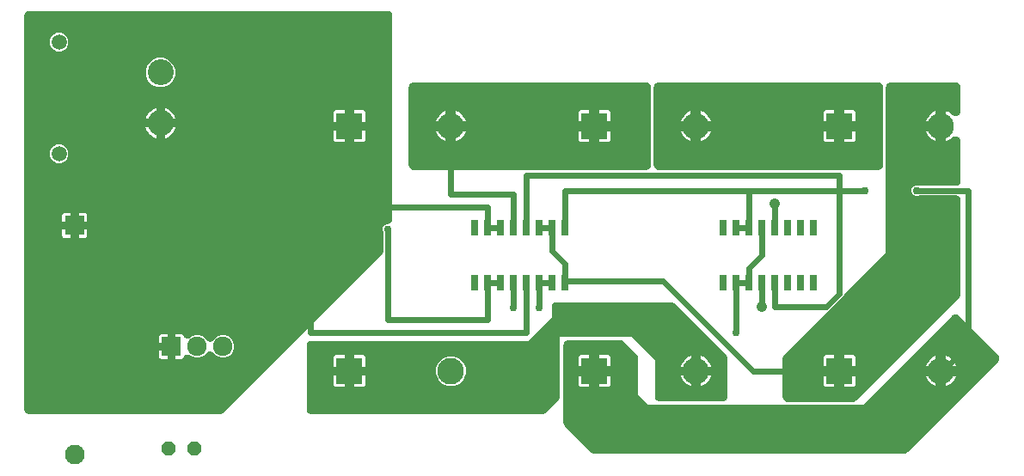
<source format=gbr>
G04 EAGLE Gerber RS-274X export*
G75*
%MOMM*%
%FSLAX34Y34*%
%LPD*%
%INBottom Copper*%
%IPPOS*%
%AMOC8*
5,1,8,0,0,1.08239X$1,22.5*%
G01*
%ADD10R,2.625000X2.625000*%
%ADD11C,2.625000*%
%ADD12R,0.650000X1.638000*%
%ADD13C,2.550000*%
%ADD14C,1.508000*%
%ADD15P,1.429621X8X22.500000*%
%ADD16R,1.920000X1.920000*%
%ADD17C,1.920000*%
%ADD18R,1.950000X1.950000*%
%ADD19C,1.950000*%
%ADD20C,0.609600*%
%ADD21C,0.756400*%
%ADD22C,0.304800*%
%ADD23C,1.056400*%

G36*
X203260Y84841D02*
X203260Y84841D01*
X203321Y84839D01*
X203544Y84861D01*
X203768Y84877D01*
X203828Y84889D01*
X203888Y84895D01*
X204106Y84949D01*
X204326Y84996D01*
X204382Y85016D01*
X204441Y85031D01*
X204650Y85114D01*
X204861Y85192D01*
X204914Y85220D01*
X204970Y85243D01*
X205165Y85354D01*
X205363Y85460D01*
X205412Y85496D01*
X205464Y85526D01*
X205555Y85601D01*
X205823Y85797D01*
X205984Y85954D01*
X206073Y86027D01*
X362537Y242491D01*
X362577Y242536D01*
X362621Y242577D01*
X362763Y242751D01*
X362911Y242921D01*
X362944Y242972D01*
X362982Y243018D01*
X363099Y243211D01*
X363221Y243399D01*
X363246Y243454D01*
X363277Y243506D01*
X363366Y243712D01*
X363461Y243916D01*
X363478Y243974D01*
X363502Y244029D01*
X363560Y244246D01*
X363626Y244461D01*
X363635Y244521D01*
X363651Y244579D01*
X363662Y244696D01*
X363713Y245024D01*
X363716Y245249D01*
X363727Y245364D01*
X363727Y263064D01*
X363719Y263182D01*
X363720Y263300D01*
X363699Y263465D01*
X363687Y263633D01*
X363663Y263748D01*
X363648Y263865D01*
X363614Y263974D01*
X363568Y264190D01*
X363452Y264508D01*
X363418Y264619D01*
X362993Y265644D01*
X362993Y267756D01*
X363801Y269706D01*
X365294Y271199D01*
X367244Y272007D01*
X368300Y272007D01*
X368529Y272023D01*
X368760Y272033D01*
X368814Y272043D01*
X368868Y272047D01*
X369094Y272095D01*
X369320Y272137D01*
X369372Y272154D01*
X369426Y272166D01*
X369642Y272245D01*
X369860Y272318D01*
X369909Y272343D01*
X369961Y272362D01*
X370164Y272470D01*
X370369Y272573D01*
X370415Y272604D01*
X370463Y272630D01*
X370649Y272766D01*
X370838Y272897D01*
X370879Y272934D01*
X370923Y272967D01*
X371088Y273127D01*
X371257Y273283D01*
X371292Y273326D01*
X371331Y273364D01*
X371472Y273546D01*
X371618Y273724D01*
X371646Y273772D01*
X371680Y273815D01*
X371794Y274015D01*
X371913Y274212D01*
X371935Y274262D01*
X371962Y274310D01*
X372047Y274524D01*
X372138Y274735D01*
X372152Y274788D01*
X372172Y274839D01*
X372227Y275064D01*
X372287Y275285D01*
X372291Y275329D01*
X372307Y275393D01*
X372362Y275960D01*
X372359Y276026D01*
X372363Y276070D01*
X372363Y477776D01*
X372347Y478005D01*
X372337Y478236D01*
X372327Y478290D01*
X372323Y478344D01*
X372275Y478570D01*
X372233Y478796D01*
X372216Y478848D01*
X372204Y478902D01*
X372125Y479118D01*
X372052Y479336D01*
X372027Y479385D01*
X372008Y479437D01*
X371900Y479640D01*
X371797Y479845D01*
X371766Y479891D01*
X371740Y479939D01*
X371604Y480125D01*
X371473Y480314D01*
X371436Y480355D01*
X371403Y480399D01*
X371243Y480564D01*
X371087Y480733D01*
X371044Y480768D01*
X371006Y480807D01*
X370824Y480948D01*
X370646Y481094D01*
X370598Y481122D01*
X370555Y481156D01*
X370355Y481270D01*
X370158Y481389D01*
X370108Y481411D01*
X370060Y481438D01*
X369846Y481523D01*
X369635Y481614D01*
X369582Y481628D01*
X369531Y481648D01*
X369306Y481703D01*
X369085Y481763D01*
X369041Y481767D01*
X368977Y481783D01*
X368410Y481838D01*
X368344Y481835D01*
X368300Y481839D01*
X14224Y481839D01*
X13995Y481823D01*
X13764Y481813D01*
X13710Y481803D01*
X13656Y481799D01*
X13430Y481751D01*
X13204Y481709D01*
X13152Y481692D01*
X13098Y481680D01*
X12882Y481601D01*
X12664Y481528D01*
X12615Y481503D01*
X12563Y481484D01*
X12360Y481376D01*
X12155Y481273D01*
X12109Y481242D01*
X12061Y481216D01*
X11875Y481080D01*
X11686Y480949D01*
X11645Y480912D01*
X11601Y480879D01*
X11436Y480719D01*
X11267Y480563D01*
X11232Y480520D01*
X11193Y480482D01*
X11052Y480300D01*
X10906Y480122D01*
X10878Y480074D01*
X10844Y480031D01*
X10730Y479831D01*
X10611Y479634D01*
X10589Y479584D01*
X10562Y479536D01*
X10477Y479322D01*
X10386Y479111D01*
X10372Y479058D01*
X10352Y479007D01*
X10297Y478782D01*
X10237Y478561D01*
X10233Y478517D01*
X10217Y478453D01*
X10162Y477886D01*
X10165Y477820D01*
X10161Y477776D01*
X10161Y88900D01*
X10177Y88671D01*
X10187Y88440D01*
X10197Y88386D01*
X10201Y88332D01*
X10249Y88106D01*
X10291Y87880D01*
X10308Y87828D01*
X10320Y87774D01*
X10399Y87558D01*
X10472Y87340D01*
X10497Y87291D01*
X10516Y87239D01*
X10624Y87036D01*
X10727Y86831D01*
X10758Y86785D01*
X10784Y86737D01*
X10920Y86551D01*
X11051Y86362D01*
X11088Y86321D01*
X11121Y86277D01*
X11281Y86112D01*
X11437Y85943D01*
X11480Y85908D01*
X11518Y85869D01*
X11700Y85728D01*
X11878Y85582D01*
X11926Y85554D01*
X11969Y85520D01*
X12169Y85406D01*
X12366Y85287D01*
X12416Y85265D01*
X12464Y85238D01*
X12678Y85153D01*
X12889Y85062D01*
X12942Y85048D01*
X12993Y85028D01*
X13218Y84973D01*
X13439Y84913D01*
X13483Y84909D01*
X13547Y84894D01*
X14114Y84838D01*
X14180Y84841D01*
X14224Y84837D01*
X203200Y84837D01*
X203260Y84841D01*
G37*
G36*
X876373Y45725D02*
X876373Y45725D01*
X876446Y45723D01*
X876691Y45745D01*
X876936Y45761D01*
X877007Y45774D01*
X877080Y45781D01*
X877320Y45834D01*
X877562Y45880D01*
X877631Y45903D01*
X877702Y45918D01*
X877933Y46001D01*
X878168Y46077D01*
X878234Y46108D01*
X878303Y46132D01*
X878522Y46243D01*
X878744Y46348D01*
X878806Y46387D01*
X878871Y46420D01*
X879075Y46557D01*
X879283Y46689D01*
X879339Y46735D01*
X879399Y46776D01*
X879573Y46929D01*
X879774Y47094D01*
X879831Y47155D01*
X879892Y47208D01*
X968792Y136108D01*
X968894Y136225D01*
X969004Y136334D01*
X969105Y136463D01*
X969213Y136586D01*
X969300Y136714D01*
X969395Y136837D01*
X969479Y136978D01*
X969571Y137113D01*
X969642Y137251D01*
X969721Y137384D01*
X969786Y137535D01*
X969861Y137681D01*
X969913Y137827D01*
X969975Y137969D01*
X970021Y138126D01*
X970077Y138280D01*
X970111Y138431D01*
X970154Y138580D01*
X970180Y138742D01*
X970216Y138902D01*
X970231Y139056D01*
X970255Y139209D01*
X970261Y139373D01*
X970277Y139536D01*
X970272Y139691D01*
X970277Y139846D01*
X970262Y140009D01*
X970257Y140173D01*
X970233Y140326D01*
X970219Y140480D01*
X970184Y140640D01*
X970158Y140802D01*
X970115Y140951D01*
X970082Y141102D01*
X970027Y141257D01*
X969981Y141414D01*
X969920Y141557D01*
X969868Y141703D01*
X969794Y141849D01*
X969729Y141999D01*
X969650Y142133D01*
X969580Y142271D01*
X969489Y142407D01*
X969405Y142548D01*
X969311Y142671D01*
X969224Y142799D01*
X969119Y142919D01*
X969016Y143052D01*
X968897Y143172D01*
X968792Y143292D01*
X930692Y181392D01*
X930644Y181434D01*
X930606Y181474D01*
X930542Y181527D01*
X930466Y181604D01*
X930337Y181705D01*
X930214Y181813D01*
X930133Y181868D01*
X930116Y181882D01*
X930077Y181907D01*
X929963Y181995D01*
X929822Y182079D01*
X929687Y182171D01*
X929549Y182242D01*
X929416Y182321D01*
X929266Y182386D01*
X929119Y182461D01*
X928973Y182513D01*
X928831Y182575D01*
X928674Y182621D01*
X928520Y182677D01*
X928369Y182711D01*
X928220Y182754D01*
X928058Y182780D01*
X927898Y182816D01*
X927744Y182831D01*
X927591Y182855D01*
X927427Y182861D01*
X927264Y182877D01*
X927109Y182872D01*
X926954Y182877D01*
X926791Y182862D01*
X926627Y182857D01*
X926474Y182833D01*
X926320Y182819D01*
X926160Y182784D01*
X925998Y182758D01*
X925849Y182715D01*
X925698Y182682D01*
X925544Y182627D01*
X925386Y182581D01*
X925243Y182520D01*
X925097Y182468D01*
X924951Y182394D01*
X924801Y182329D01*
X924667Y182250D01*
X924529Y182180D01*
X924393Y182089D01*
X924252Y182005D01*
X924137Y181917D01*
X924099Y181893D01*
X924083Y181879D01*
X924001Y181824D01*
X923881Y181719D01*
X923748Y181616D01*
X923670Y181539D01*
X923607Y181487D01*
X923562Y181439D01*
X923508Y181392D01*
X836096Y93979D01*
X624404Y93979D01*
X614679Y103704D01*
X614679Y139700D01*
X614675Y139773D01*
X614677Y139846D01*
X614655Y140091D01*
X614639Y140336D01*
X614626Y140407D01*
X614619Y140480D01*
X614566Y140720D01*
X614520Y140962D01*
X614497Y141031D01*
X614482Y141102D01*
X614399Y141333D01*
X614323Y141568D01*
X614292Y141634D01*
X614268Y141703D01*
X614157Y141922D01*
X614052Y142144D01*
X614013Y142206D01*
X613980Y142271D01*
X613843Y142475D01*
X613711Y142683D01*
X613665Y142739D01*
X613624Y142799D01*
X613471Y142973D01*
X613306Y143174D01*
X613245Y143231D01*
X613192Y143292D01*
X600492Y155992D01*
X600443Y156035D01*
X600402Y156078D01*
X600398Y156082D01*
X600387Y156093D01*
X600198Y156251D01*
X600014Y156413D01*
X599953Y156454D01*
X599897Y156501D01*
X599690Y156633D01*
X599487Y156771D01*
X599422Y156804D01*
X599360Y156844D01*
X599138Y156949D01*
X598919Y157061D01*
X598851Y157085D01*
X598785Y157117D01*
X598551Y157193D01*
X598320Y157277D01*
X598249Y157293D01*
X598179Y157316D01*
X597938Y157362D01*
X597698Y157416D01*
X597626Y157423D01*
X597554Y157437D01*
X597323Y157452D01*
X597064Y157477D01*
X596980Y157474D01*
X596900Y157479D01*
X546100Y157479D01*
X545946Y157470D01*
X545790Y157470D01*
X545628Y157450D01*
X545464Y157439D01*
X545312Y157410D01*
X545158Y157391D01*
X544999Y157351D01*
X544838Y157320D01*
X544691Y157272D01*
X544541Y157234D01*
X544388Y157174D01*
X544232Y157123D01*
X544092Y157058D01*
X543948Y157001D01*
X543804Y156922D01*
X543656Y156852D01*
X543525Y156770D01*
X543389Y156695D01*
X543256Y156599D01*
X543117Y156511D01*
X542998Y156413D01*
X542872Y156322D01*
X542753Y156210D01*
X542626Y156106D01*
X542520Y155993D01*
X542407Y155887D01*
X542302Y155761D01*
X542190Y155642D01*
X542098Y155516D01*
X541999Y155397D01*
X541911Y155259D01*
X541815Y155127D01*
X541740Y154991D01*
X541656Y154860D01*
X541586Y154712D01*
X541507Y154569D01*
X541450Y154425D01*
X541383Y154285D01*
X541332Y154129D01*
X541272Y153976D01*
X541233Y153826D01*
X541185Y153679D01*
X541153Y153518D01*
X541112Y153360D01*
X541093Y153206D01*
X541063Y153054D01*
X541053Y152895D01*
X541031Y152728D01*
X541031Y152559D01*
X541021Y152400D01*
X541021Y76200D01*
X541025Y76127D01*
X541023Y76054D01*
X541034Y75932D01*
X541034Y75887D01*
X541047Y75781D01*
X541061Y75564D01*
X541074Y75493D01*
X541081Y75420D01*
X541106Y75306D01*
X541113Y75254D01*
X541141Y75143D01*
X541180Y74938D01*
X541203Y74869D01*
X541218Y74798D01*
X541256Y74693D01*
X541270Y74637D01*
X541315Y74521D01*
X541377Y74332D01*
X541408Y74266D01*
X541432Y74197D01*
X541479Y74104D01*
X541503Y74044D01*
X541568Y73926D01*
X541648Y73756D01*
X541687Y73694D01*
X541720Y73629D01*
X541774Y73548D01*
X541809Y73485D01*
X541894Y73368D01*
X541989Y73217D01*
X542035Y73161D01*
X542076Y73101D01*
X542135Y73034D01*
X542182Y72969D01*
X542288Y72855D01*
X542394Y72726D01*
X542455Y72669D01*
X542508Y72608D01*
X567908Y47208D01*
X567963Y47160D01*
X568013Y47107D01*
X568202Y46949D01*
X568386Y46787D01*
X568447Y46746D01*
X568503Y46699D01*
X568710Y46567D01*
X568913Y46429D01*
X568978Y46396D01*
X569040Y46356D01*
X569262Y46251D01*
X569481Y46139D01*
X569549Y46115D01*
X569615Y46083D01*
X569849Y46007D01*
X570080Y45923D01*
X570151Y45907D01*
X570221Y45885D01*
X570462Y45838D01*
X570702Y45784D01*
X570775Y45777D01*
X570846Y45763D01*
X571077Y45748D01*
X571336Y45723D01*
X571420Y45726D01*
X571500Y45721D01*
X876300Y45721D01*
X876373Y45725D01*
G37*
G36*
X520760Y84841D02*
X520760Y84841D01*
X520821Y84839D01*
X521044Y84861D01*
X521268Y84877D01*
X521328Y84889D01*
X521388Y84895D01*
X521606Y84949D01*
X521826Y84996D01*
X521882Y85016D01*
X521941Y85031D01*
X522150Y85114D01*
X522361Y85192D01*
X522414Y85220D01*
X522470Y85243D01*
X522665Y85354D01*
X522863Y85460D01*
X522912Y85496D01*
X522964Y85526D01*
X523055Y85601D01*
X523323Y85797D01*
X523484Y85954D01*
X523573Y86027D01*
X536273Y98727D01*
X536313Y98772D01*
X536357Y98813D01*
X536499Y98987D01*
X536647Y99157D01*
X536680Y99208D01*
X536718Y99254D01*
X536835Y99447D01*
X536957Y99635D01*
X536982Y99690D01*
X537013Y99742D01*
X537102Y99948D01*
X537197Y100152D01*
X537214Y100210D01*
X537238Y100265D01*
X537296Y100482D01*
X537362Y100697D01*
X537371Y100757D01*
X537387Y100815D01*
X537398Y100932D01*
X537449Y101260D01*
X537452Y101485D01*
X537463Y101600D01*
X537463Y161037D01*
X607917Y161037D01*
X630937Y138017D01*
X630937Y101600D01*
X630953Y101371D01*
X630963Y101140D01*
X630973Y101086D01*
X630977Y101032D01*
X631025Y100806D01*
X631067Y100580D01*
X631084Y100528D01*
X631096Y100474D01*
X631175Y100258D01*
X631248Y100040D01*
X631273Y99991D01*
X631292Y99939D01*
X631400Y99736D01*
X631503Y99531D01*
X631534Y99485D01*
X631560Y99437D01*
X631696Y99251D01*
X631827Y99062D01*
X631864Y99021D01*
X631897Y98977D01*
X632057Y98812D01*
X632213Y98643D01*
X632256Y98608D01*
X632294Y98569D01*
X632476Y98428D01*
X632654Y98282D01*
X632702Y98254D01*
X632745Y98220D01*
X632945Y98106D01*
X633142Y97987D01*
X633192Y97965D01*
X633240Y97938D01*
X633454Y97853D01*
X633665Y97762D01*
X633718Y97748D01*
X633769Y97728D01*
X633994Y97673D01*
X634215Y97613D01*
X634259Y97609D01*
X634323Y97594D01*
X634890Y97538D01*
X634956Y97541D01*
X635000Y97537D01*
X698500Y97537D01*
X698729Y97553D01*
X698960Y97563D01*
X699014Y97573D01*
X699068Y97577D01*
X699294Y97625D01*
X699520Y97667D01*
X699572Y97684D01*
X699626Y97696D01*
X699842Y97775D01*
X700060Y97848D01*
X700109Y97873D01*
X700161Y97892D01*
X700364Y98000D01*
X700569Y98103D01*
X700615Y98134D01*
X700663Y98160D01*
X700849Y98296D01*
X701038Y98427D01*
X701079Y98464D01*
X701123Y98497D01*
X701288Y98657D01*
X701457Y98813D01*
X701492Y98856D01*
X701531Y98894D01*
X701672Y99076D01*
X701818Y99254D01*
X701846Y99302D01*
X701880Y99345D01*
X701994Y99545D01*
X702113Y99742D01*
X702135Y99792D01*
X702162Y99840D01*
X702247Y100054D01*
X702338Y100265D01*
X702352Y100318D01*
X702372Y100369D01*
X702427Y100594D01*
X702487Y100815D01*
X702491Y100859D01*
X702507Y100923D01*
X702562Y101490D01*
X702559Y101556D01*
X702563Y101600D01*
X702563Y139700D01*
X702559Y139760D01*
X702561Y139821D01*
X702539Y140044D01*
X702523Y140268D01*
X702511Y140328D01*
X702505Y140388D01*
X702451Y140606D01*
X702404Y140826D01*
X702384Y140882D01*
X702369Y140941D01*
X702286Y141150D01*
X702208Y141361D01*
X702180Y141414D01*
X702158Y141470D01*
X702046Y141665D01*
X701940Y141863D01*
X701904Y141912D01*
X701874Y141964D01*
X701799Y142055D01*
X701603Y142323D01*
X701446Y142484D01*
X701373Y142573D01*
X650573Y193373D01*
X650535Y193406D01*
X650505Y193438D01*
X650499Y193443D01*
X650487Y193457D01*
X650313Y193599D01*
X650143Y193747D01*
X650092Y193780D01*
X650046Y193818D01*
X649853Y193935D01*
X649665Y194057D01*
X649610Y194082D01*
X649558Y194113D01*
X649352Y194202D01*
X649148Y194297D01*
X649090Y194314D01*
X649035Y194338D01*
X648818Y194396D01*
X648603Y194462D01*
X648543Y194471D01*
X648485Y194487D01*
X648368Y194498D01*
X648040Y194549D01*
X647815Y194552D01*
X647700Y194563D01*
X533400Y194563D01*
X533171Y194547D01*
X532940Y194537D01*
X532886Y194527D01*
X532832Y194523D01*
X532606Y194475D01*
X532380Y194433D01*
X532328Y194416D01*
X532274Y194404D01*
X532058Y194325D01*
X531840Y194252D01*
X531791Y194227D01*
X531739Y194208D01*
X531536Y194100D01*
X531331Y193997D01*
X531285Y193966D01*
X531237Y193940D01*
X531051Y193804D01*
X530862Y193673D01*
X530821Y193636D01*
X530777Y193603D01*
X530612Y193443D01*
X530443Y193287D01*
X530408Y193244D01*
X530369Y193206D01*
X530228Y193024D01*
X530082Y192846D01*
X530054Y192798D01*
X530020Y192755D01*
X529906Y192555D01*
X529787Y192358D01*
X529765Y192308D01*
X529738Y192260D01*
X529653Y192046D01*
X529562Y191835D01*
X529548Y191782D01*
X529528Y191731D01*
X529473Y191506D01*
X529413Y191285D01*
X529409Y191241D01*
X529394Y191177D01*
X529338Y190610D01*
X529339Y190597D01*
X529338Y190591D01*
X529341Y190538D01*
X529337Y190500D01*
X529337Y179483D01*
X506317Y156463D01*
X292100Y156463D01*
X291871Y156447D01*
X291640Y156437D01*
X291586Y156427D01*
X291532Y156423D01*
X291306Y156375D01*
X291080Y156333D01*
X291028Y156316D01*
X290974Y156304D01*
X290758Y156225D01*
X290540Y156152D01*
X290491Y156127D01*
X290439Y156108D01*
X290236Y156000D01*
X290031Y155897D01*
X289985Y155866D01*
X289937Y155840D01*
X289751Y155704D01*
X289562Y155573D01*
X289521Y155536D01*
X289477Y155503D01*
X289312Y155343D01*
X289143Y155187D01*
X289108Y155144D01*
X289069Y155106D01*
X288928Y154924D01*
X288782Y154746D01*
X288754Y154698D01*
X288720Y154655D01*
X288606Y154455D01*
X288487Y154258D01*
X288465Y154208D01*
X288438Y154160D01*
X288353Y153946D01*
X288262Y153735D01*
X288248Y153682D01*
X288228Y153631D01*
X288173Y153406D01*
X288113Y153185D01*
X288109Y153141D01*
X288094Y153077D01*
X288038Y152510D01*
X288041Y152444D01*
X288037Y152400D01*
X288037Y88900D01*
X288053Y88671D01*
X288063Y88440D01*
X288073Y88386D01*
X288077Y88332D01*
X288125Y88106D01*
X288167Y87880D01*
X288184Y87828D01*
X288196Y87774D01*
X288275Y87558D01*
X288348Y87340D01*
X288373Y87291D01*
X288392Y87239D01*
X288500Y87036D01*
X288603Y86831D01*
X288634Y86785D01*
X288660Y86737D01*
X288796Y86551D01*
X288927Y86362D01*
X288964Y86321D01*
X288997Y86277D01*
X289157Y86112D01*
X289313Y85943D01*
X289356Y85908D01*
X289394Y85869D01*
X289576Y85728D01*
X289754Y85582D01*
X289802Y85554D01*
X289845Y85520D01*
X290045Y85406D01*
X290242Y85287D01*
X290292Y85265D01*
X290340Y85238D01*
X290554Y85153D01*
X290765Y85062D01*
X290818Y85048D01*
X290869Y85028D01*
X291094Y84973D01*
X291315Y84913D01*
X291359Y84909D01*
X291423Y84894D01*
X291990Y84838D01*
X292056Y84841D01*
X292100Y84837D01*
X520700Y84837D01*
X520760Y84841D01*
G37*
G36*
X825573Y96525D02*
X825573Y96525D01*
X825646Y96523D01*
X825891Y96545D01*
X826136Y96561D01*
X826207Y96574D01*
X826280Y96581D01*
X826520Y96634D01*
X826762Y96680D01*
X826831Y96703D01*
X826902Y96718D01*
X827133Y96801D01*
X827368Y96877D01*
X827434Y96908D01*
X827503Y96932D01*
X827722Y97043D01*
X827944Y97148D01*
X828006Y97187D01*
X828071Y97220D01*
X828275Y97357D01*
X828483Y97489D01*
X828539Y97535D01*
X828599Y97576D01*
X828773Y97729D01*
X828974Y97894D01*
X829031Y97955D01*
X829092Y98008D01*
X930692Y199608D01*
X930740Y199663D01*
X930793Y199713D01*
X930905Y199847D01*
X930995Y199943D01*
X931035Y199998D01*
X931113Y200086D01*
X931154Y200147D01*
X931201Y200203D01*
X931318Y200386D01*
X931370Y200459D01*
X931390Y200493D01*
X931471Y200613D01*
X931504Y200678D01*
X931544Y200740D01*
X931649Y200962D01*
X931662Y200987D01*
X931678Y201016D01*
X931682Y201027D01*
X931761Y201181D01*
X931785Y201249D01*
X931817Y201315D01*
X931893Y201549D01*
X931977Y201780D01*
X931993Y201851D01*
X932016Y201921D01*
X932062Y202162D01*
X932116Y202402D01*
X932123Y202475D01*
X932137Y202546D01*
X932152Y202777D01*
X932177Y203036D01*
X932174Y203120D01*
X932179Y203200D01*
X932179Y295148D01*
X932170Y295303D01*
X932170Y295458D01*
X932150Y295620D01*
X932139Y295784D01*
X932110Y295936D01*
X932091Y296090D01*
X932051Y296249D01*
X932020Y296410D01*
X931972Y296557D01*
X931934Y296707D01*
X931874Y296860D01*
X931823Y297016D01*
X931758Y297156D01*
X931701Y297300D01*
X931622Y297444D01*
X931552Y297592D01*
X931470Y297723D01*
X931395Y297859D01*
X931299Y297992D01*
X931211Y298131D01*
X931113Y298250D01*
X931022Y298376D01*
X930910Y298495D01*
X930806Y298622D01*
X930693Y298728D01*
X930587Y298841D01*
X930461Y298946D01*
X930342Y299058D01*
X930216Y299150D01*
X930097Y299249D01*
X929959Y299337D01*
X929827Y299433D01*
X929691Y299508D01*
X929560Y299592D01*
X929412Y299662D01*
X929269Y299741D01*
X929125Y299798D01*
X928985Y299865D01*
X928829Y299916D01*
X928676Y299976D01*
X928526Y300015D01*
X928379Y300064D01*
X928218Y300095D01*
X928060Y300136D01*
X927906Y300155D01*
X927754Y300185D01*
X927595Y300195D01*
X927428Y300217D01*
X927259Y300217D01*
X927100Y300227D01*
X892838Y300227D01*
X892806Y300225D01*
X892774Y300227D01*
X892488Y300205D01*
X892202Y300187D01*
X892171Y300181D01*
X892139Y300179D01*
X891857Y300122D01*
X891576Y300068D01*
X891546Y300058D01*
X891514Y300052D01*
X891277Y299971D01*
X890970Y299871D01*
X890932Y299854D01*
X890894Y299841D01*
X890056Y299493D01*
X887944Y299493D01*
X885994Y300301D01*
X884501Y301794D01*
X883693Y303744D01*
X883693Y305856D01*
X884501Y307806D01*
X885994Y309299D01*
X887944Y310107D01*
X890056Y310107D01*
X890894Y309759D01*
X890924Y309749D01*
X890953Y309735D01*
X891226Y309646D01*
X891497Y309553D01*
X891528Y309546D01*
X891559Y309536D01*
X891840Y309482D01*
X892121Y309424D01*
X892153Y309421D01*
X892184Y309415D01*
X892435Y309399D01*
X892756Y309373D01*
X892798Y309375D01*
X892838Y309373D01*
X927100Y309373D01*
X927255Y309382D01*
X927410Y309382D01*
X927572Y309402D01*
X927736Y309413D01*
X927888Y309442D01*
X928042Y309461D01*
X928201Y309501D01*
X928362Y309532D01*
X928509Y309580D01*
X928659Y309618D01*
X928812Y309678D01*
X928968Y309729D01*
X929108Y309794D01*
X929252Y309851D01*
X929396Y309930D01*
X929544Y310000D01*
X929675Y310082D01*
X929811Y310157D01*
X929944Y310253D01*
X930083Y310341D01*
X930202Y310439D01*
X930328Y310530D01*
X930447Y310642D01*
X930574Y310746D01*
X930680Y310859D01*
X930793Y310965D01*
X930898Y311091D01*
X931010Y311210D01*
X931102Y311336D01*
X931201Y311455D01*
X931289Y311593D01*
X931385Y311725D01*
X931460Y311861D01*
X931544Y311992D01*
X931614Y312140D01*
X931693Y312283D01*
X931750Y312427D01*
X931817Y312567D01*
X931868Y312723D01*
X931928Y312876D01*
X931967Y313026D01*
X932016Y313173D01*
X932047Y313334D01*
X932088Y313492D01*
X932107Y313646D01*
X932137Y313798D01*
X932147Y313957D01*
X932169Y314124D01*
X932169Y314293D01*
X932179Y314452D01*
X932179Y353262D01*
X932164Y353498D01*
X932157Y353735D01*
X932144Y353816D01*
X932139Y353898D01*
X932095Y354130D01*
X932058Y354365D01*
X932035Y354443D01*
X932020Y354524D01*
X931947Y354749D01*
X931881Y354977D01*
X931849Y355052D01*
X931823Y355130D01*
X931723Y355344D01*
X931629Y355562D01*
X931587Y355632D01*
X931552Y355707D01*
X931426Y355906D01*
X931305Y356111D01*
X931255Y356176D01*
X931211Y356245D01*
X931061Y356427D01*
X930916Y356615D01*
X930858Y356673D01*
X930806Y356736D01*
X930633Y356898D01*
X930466Y357066D01*
X930401Y357116D01*
X930342Y357173D01*
X930150Y357312D01*
X929963Y357457D01*
X929893Y357499D01*
X929827Y357548D01*
X929619Y357662D01*
X929416Y357783D01*
X929340Y357816D01*
X929269Y357855D01*
X929049Y357943D01*
X928831Y358037D01*
X928753Y358060D01*
X928676Y358091D01*
X928447Y358150D01*
X928220Y358216D01*
X928139Y358229D01*
X928060Y358250D01*
X927825Y358280D01*
X927591Y358318D01*
X927509Y358320D01*
X927428Y358331D01*
X927191Y358331D01*
X926954Y358339D01*
X926873Y358332D01*
X926790Y358332D01*
X926555Y358303D01*
X926320Y358281D01*
X926240Y358263D01*
X926158Y358253D01*
X925928Y358195D01*
X925698Y358144D01*
X925620Y358116D01*
X925541Y358096D01*
X925320Y358009D01*
X925097Y357930D01*
X925024Y357893D01*
X924948Y357863D01*
X924739Y357749D01*
X924529Y357643D01*
X924461Y357597D01*
X924389Y357557D01*
X924197Y357418D01*
X924001Y357286D01*
X923940Y357233D01*
X923872Y357184D01*
X923682Y357006D01*
X923508Y356854D01*
X923151Y356497D01*
X921522Y355246D01*
X919744Y354220D01*
X917879Y353447D01*
X917879Y368300D01*
X917879Y383153D01*
X919744Y382380D01*
X921522Y381354D01*
X923151Y380103D01*
X923508Y379746D01*
X923686Y379590D01*
X923858Y379427D01*
X923925Y379379D01*
X923986Y379325D01*
X924182Y379192D01*
X924374Y379052D01*
X924445Y379013D01*
X924513Y378967D01*
X924724Y378859D01*
X924931Y378745D01*
X925008Y378715D01*
X925081Y378677D01*
X925304Y378597D01*
X925524Y378509D01*
X925603Y378489D01*
X925680Y378461D01*
X925911Y378409D01*
X926140Y378350D01*
X926222Y378340D01*
X926302Y378322D01*
X926537Y378299D01*
X926772Y378269D01*
X926855Y378269D01*
X926936Y378261D01*
X927172Y378268D01*
X927410Y378268D01*
X927491Y378278D01*
X927573Y378281D01*
X927807Y378317D01*
X928042Y378347D01*
X928121Y378367D01*
X928202Y378380D01*
X928430Y378445D01*
X928659Y378504D01*
X928735Y378534D01*
X928814Y378557D01*
X929032Y378650D01*
X929252Y378737D01*
X929324Y378776D01*
X929399Y378809D01*
X929603Y378929D01*
X929811Y379043D01*
X929878Y379091D01*
X929948Y379132D01*
X930136Y379277D01*
X930328Y379416D01*
X930387Y379472D01*
X930452Y379522D01*
X930620Y379689D01*
X930793Y379851D01*
X930846Y379914D01*
X930904Y379972D01*
X931049Y380159D01*
X931201Y380341D01*
X931245Y380410D01*
X931295Y380474D01*
X931416Y380678D01*
X931544Y380878D01*
X931579Y380952D01*
X931621Y381022D01*
X931715Y381239D01*
X931817Y381453D01*
X931842Y381531D01*
X931875Y381606D01*
X931942Y381834D01*
X932016Y382059D01*
X932031Y382139D01*
X932054Y382218D01*
X932092Y382451D01*
X932137Y382684D01*
X932142Y382764D01*
X932155Y382847D01*
X932164Y383107D01*
X932179Y383338D01*
X932179Y406400D01*
X932170Y406553D01*
X932170Y406665D01*
X932170Y406710D01*
X932150Y406872D01*
X932139Y407036D01*
X932110Y407188D01*
X932091Y407342D01*
X932051Y407501D01*
X932020Y407662D01*
X931972Y407809D01*
X931934Y407959D01*
X931874Y408112D01*
X931823Y408268D01*
X931758Y408408D01*
X931701Y408552D01*
X931622Y408696D01*
X931552Y408844D01*
X931470Y408975D01*
X931395Y409111D01*
X931299Y409244D01*
X931211Y409383D01*
X931113Y409502D01*
X931022Y409628D01*
X930910Y409747D01*
X930806Y409874D01*
X930693Y409980D01*
X930587Y410093D01*
X930461Y410198D01*
X930342Y410310D01*
X930216Y410402D01*
X930097Y410501D01*
X929959Y410589D01*
X929827Y410685D01*
X929691Y410760D01*
X929560Y410844D01*
X929412Y410914D01*
X929269Y410993D01*
X929125Y411050D01*
X928985Y411117D01*
X928829Y411168D01*
X928676Y411228D01*
X928526Y411267D01*
X928379Y411316D01*
X928218Y411347D01*
X928060Y411388D01*
X927906Y411407D01*
X927754Y411437D01*
X927595Y411447D01*
X927428Y411469D01*
X927259Y411469D01*
X927100Y411479D01*
X863600Y411479D01*
X863446Y411470D01*
X863290Y411470D01*
X863128Y411450D01*
X862964Y411439D01*
X862812Y411410D01*
X862658Y411391D01*
X862499Y411351D01*
X862338Y411320D01*
X862191Y411272D01*
X862041Y411234D01*
X861888Y411174D01*
X861732Y411123D01*
X861592Y411058D01*
X861448Y411001D01*
X861304Y410922D01*
X861156Y410852D01*
X861025Y410770D01*
X860889Y410695D01*
X860756Y410599D01*
X860617Y410511D01*
X860498Y410413D01*
X860372Y410322D01*
X860253Y410210D01*
X860126Y410106D01*
X860020Y409993D01*
X859907Y409887D01*
X859802Y409761D01*
X859690Y409642D01*
X859598Y409516D01*
X859499Y409397D01*
X859411Y409259D01*
X859315Y409127D01*
X859240Y408991D01*
X859156Y408860D01*
X859086Y408712D01*
X859007Y408569D01*
X858950Y408425D01*
X858883Y408285D01*
X858832Y408129D01*
X858772Y407976D01*
X858733Y407826D01*
X858685Y407679D01*
X858653Y407518D01*
X858612Y407360D01*
X858593Y407206D01*
X858563Y407054D01*
X858553Y406895D01*
X858531Y406728D01*
X858531Y406559D01*
X858521Y406400D01*
X858521Y243404D01*
X818063Y202946D01*
X818042Y202922D01*
X818018Y202900D01*
X817831Y202683D01*
X817641Y202468D01*
X817623Y202441D01*
X817602Y202417D01*
X817444Y202178D01*
X817283Y201941D01*
X817269Y201913D01*
X817251Y201886D01*
X817140Y201661D01*
X816994Y201373D01*
X816979Y201334D01*
X816962Y201298D01*
X816677Y200610D01*
X802690Y186623D01*
X802002Y186338D01*
X801973Y186324D01*
X801943Y186314D01*
X801688Y186185D01*
X801430Y186058D01*
X801403Y186040D01*
X801375Y186026D01*
X801137Y185866D01*
X800897Y185708D01*
X800873Y185688D01*
X800846Y185670D01*
X800658Y185504D01*
X800413Y185295D01*
X800384Y185264D01*
X800354Y185237D01*
X758408Y143292D01*
X758360Y143237D01*
X758307Y143187D01*
X758149Y142998D01*
X757987Y142814D01*
X757946Y142753D01*
X757899Y142697D01*
X757767Y142490D01*
X757629Y142287D01*
X757596Y142222D01*
X757556Y142160D01*
X757451Y141938D01*
X757339Y141719D01*
X757315Y141651D01*
X757283Y141585D01*
X757207Y141351D01*
X757123Y141120D01*
X757107Y141049D01*
X757085Y140979D01*
X757038Y140738D01*
X756984Y140498D01*
X756977Y140426D01*
X756963Y140354D01*
X756948Y140123D01*
X756923Y139864D01*
X756926Y139780D01*
X756921Y139700D01*
X756921Y101600D01*
X756930Y101446D01*
X756930Y101290D01*
X756950Y101128D01*
X756961Y100964D01*
X756990Y100812D01*
X757009Y100658D01*
X757049Y100499D01*
X757080Y100338D01*
X757128Y100191D01*
X757166Y100041D01*
X757226Y99888D01*
X757277Y99732D01*
X757343Y99592D01*
X757399Y99448D01*
X757478Y99304D01*
X757548Y99156D01*
X757630Y99025D01*
X757705Y98889D01*
X757801Y98756D01*
X757889Y98617D01*
X757987Y98498D01*
X758078Y98372D01*
X758190Y98253D01*
X758294Y98126D01*
X758407Y98020D01*
X758513Y97907D01*
X758639Y97802D01*
X758758Y97690D01*
X758884Y97598D01*
X759003Y97499D01*
X759141Y97411D01*
X759274Y97315D01*
X759409Y97240D01*
X759540Y97156D01*
X759688Y97086D01*
X759831Y97007D01*
X759975Y96950D01*
X760115Y96883D01*
X760271Y96832D01*
X760424Y96772D01*
X760574Y96733D01*
X760721Y96685D01*
X760882Y96653D01*
X761040Y96612D01*
X761194Y96593D01*
X761346Y96563D01*
X761505Y96553D01*
X761672Y96531D01*
X761841Y96531D01*
X762000Y96521D01*
X825500Y96521D01*
X825573Y96525D01*
G37*
G36*
X622455Y325130D02*
X622455Y325130D01*
X622610Y325130D01*
X622772Y325150D01*
X622936Y325161D01*
X623088Y325190D01*
X623242Y325209D01*
X623401Y325249D01*
X623562Y325280D01*
X623709Y325328D01*
X623859Y325366D01*
X624012Y325426D01*
X624168Y325477D01*
X624308Y325543D01*
X624452Y325599D01*
X624596Y325678D01*
X624744Y325748D01*
X624875Y325830D01*
X625011Y325905D01*
X625144Y326001D01*
X625283Y326089D01*
X625402Y326187D01*
X625528Y326278D01*
X625647Y326390D01*
X625774Y326494D01*
X625880Y326607D01*
X625993Y326713D01*
X626098Y326839D01*
X626210Y326958D01*
X626302Y327084D01*
X626401Y327203D01*
X626489Y327341D01*
X626585Y327474D01*
X626660Y327609D01*
X626744Y327740D01*
X626814Y327888D01*
X626893Y328031D01*
X626950Y328175D01*
X627017Y328315D01*
X627068Y328471D01*
X627128Y328624D01*
X627167Y328774D01*
X627216Y328921D01*
X627247Y329082D01*
X627288Y329240D01*
X627307Y329394D01*
X627337Y329546D01*
X627347Y329705D01*
X627369Y329872D01*
X627369Y330041D01*
X627379Y330200D01*
X627379Y406400D01*
X627370Y406554D01*
X627370Y406698D01*
X627370Y406710D01*
X627350Y406872D01*
X627339Y407036D01*
X627310Y407188D01*
X627291Y407342D01*
X627251Y407501D01*
X627220Y407662D01*
X627172Y407809D01*
X627134Y407959D01*
X627074Y408112D01*
X627023Y408268D01*
X626958Y408408D01*
X626901Y408552D01*
X626822Y408696D01*
X626752Y408844D01*
X626670Y408975D01*
X626595Y409111D01*
X626499Y409244D01*
X626411Y409383D01*
X626313Y409502D01*
X626222Y409628D01*
X626110Y409747D01*
X626006Y409874D01*
X625893Y409980D01*
X625787Y410093D01*
X625661Y410198D01*
X625542Y410310D01*
X625416Y410402D01*
X625297Y410501D01*
X625159Y410589D01*
X625027Y410685D01*
X624891Y410760D01*
X624760Y410844D01*
X624612Y410914D01*
X624469Y410993D01*
X624325Y411050D01*
X624185Y411117D01*
X624029Y411168D01*
X623876Y411228D01*
X623726Y411267D01*
X623579Y411316D01*
X623418Y411347D01*
X623260Y411388D01*
X623106Y411407D01*
X622954Y411437D01*
X622795Y411447D01*
X622628Y411469D01*
X622459Y411469D01*
X622300Y411479D01*
X393700Y411479D01*
X393546Y411470D01*
X393390Y411470D01*
X393228Y411450D01*
X393064Y411439D01*
X392912Y411410D01*
X392758Y411391D01*
X392599Y411351D01*
X392438Y411320D01*
X392291Y411272D01*
X392141Y411234D01*
X391988Y411174D01*
X391832Y411123D01*
X391692Y411058D01*
X391548Y411001D01*
X391404Y410922D01*
X391256Y410852D01*
X391125Y410770D01*
X390989Y410695D01*
X390856Y410599D01*
X390717Y410511D01*
X390598Y410413D01*
X390472Y410322D01*
X390353Y410210D01*
X390226Y410106D01*
X390120Y409993D01*
X390007Y409887D01*
X389902Y409761D01*
X389790Y409642D01*
X389698Y409516D01*
X389599Y409397D01*
X389511Y409259D01*
X389415Y409127D01*
X389340Y408991D01*
X389256Y408860D01*
X389186Y408712D01*
X389107Y408569D01*
X389050Y408425D01*
X388983Y408285D01*
X388932Y408129D01*
X388872Y407976D01*
X388833Y407826D01*
X388785Y407679D01*
X388753Y407518D01*
X388712Y407360D01*
X388693Y407206D01*
X388663Y407054D01*
X388653Y406895D01*
X388631Y406728D01*
X388631Y406559D01*
X388621Y406400D01*
X388621Y330200D01*
X388630Y330046D01*
X388630Y329890D01*
X388650Y329728D01*
X388661Y329564D01*
X388690Y329412D01*
X388709Y329258D01*
X388749Y329099D01*
X388780Y328938D01*
X388828Y328791D01*
X388866Y328641D01*
X388926Y328488D01*
X388977Y328332D01*
X389043Y328192D01*
X389099Y328048D01*
X389178Y327904D01*
X389248Y327756D01*
X389330Y327625D01*
X389405Y327489D01*
X389501Y327356D01*
X389589Y327217D01*
X389687Y327098D01*
X389778Y326972D01*
X389890Y326853D01*
X389994Y326726D01*
X390107Y326620D01*
X390213Y326507D01*
X390339Y326402D01*
X390458Y326290D01*
X390584Y326198D01*
X390703Y326099D01*
X390841Y326011D01*
X390974Y325915D01*
X391109Y325840D01*
X391240Y325756D01*
X391388Y325686D01*
X391531Y325607D01*
X391675Y325550D01*
X391815Y325483D01*
X391971Y325432D01*
X392124Y325372D01*
X392274Y325333D01*
X392421Y325285D01*
X392582Y325253D01*
X392740Y325212D01*
X392894Y325193D01*
X393046Y325163D01*
X393205Y325153D01*
X393372Y325131D01*
X393541Y325131D01*
X393700Y325121D01*
X622300Y325121D01*
X622455Y325130D01*
G37*
G36*
X851055Y325130D02*
X851055Y325130D01*
X851210Y325130D01*
X851372Y325150D01*
X851536Y325161D01*
X851688Y325190D01*
X851842Y325209D01*
X852001Y325249D01*
X852162Y325280D01*
X852309Y325328D01*
X852459Y325366D01*
X852612Y325426D01*
X852768Y325477D01*
X852908Y325543D01*
X853052Y325599D01*
X853196Y325678D01*
X853344Y325748D01*
X853475Y325830D01*
X853611Y325905D01*
X853744Y326001D01*
X853883Y326089D01*
X854002Y326187D01*
X854128Y326278D01*
X854247Y326390D01*
X854374Y326494D01*
X854480Y326607D01*
X854593Y326713D01*
X854698Y326839D01*
X854810Y326958D01*
X854902Y327084D01*
X855001Y327203D01*
X855089Y327341D01*
X855185Y327474D01*
X855260Y327609D01*
X855344Y327740D01*
X855414Y327888D01*
X855493Y328031D01*
X855550Y328175D01*
X855617Y328315D01*
X855668Y328471D01*
X855728Y328624D01*
X855767Y328774D01*
X855816Y328921D01*
X855847Y329082D01*
X855888Y329240D01*
X855907Y329394D01*
X855937Y329546D01*
X855947Y329705D01*
X855969Y329872D01*
X855969Y330041D01*
X855979Y330200D01*
X855979Y406400D01*
X855970Y406554D01*
X855970Y406698D01*
X855970Y406710D01*
X855950Y406872D01*
X855939Y407036D01*
X855910Y407188D01*
X855891Y407342D01*
X855851Y407501D01*
X855820Y407662D01*
X855772Y407809D01*
X855734Y407959D01*
X855674Y408112D01*
X855623Y408268D01*
X855558Y408408D01*
X855501Y408552D01*
X855422Y408696D01*
X855352Y408844D01*
X855270Y408975D01*
X855195Y409111D01*
X855099Y409244D01*
X855011Y409383D01*
X854913Y409502D01*
X854822Y409628D01*
X854710Y409747D01*
X854606Y409874D01*
X854493Y409980D01*
X854387Y410093D01*
X854261Y410198D01*
X854142Y410310D01*
X854016Y410402D01*
X853897Y410501D01*
X853759Y410589D01*
X853627Y410685D01*
X853491Y410760D01*
X853360Y410844D01*
X853212Y410914D01*
X853069Y410993D01*
X852925Y411050D01*
X852785Y411117D01*
X852629Y411168D01*
X852476Y411228D01*
X852326Y411267D01*
X852179Y411316D01*
X852018Y411347D01*
X851860Y411388D01*
X851706Y411407D01*
X851554Y411437D01*
X851395Y411447D01*
X851228Y411469D01*
X851059Y411469D01*
X850900Y411479D01*
X635000Y411479D01*
X634846Y411470D01*
X634690Y411470D01*
X634528Y411450D01*
X634364Y411439D01*
X634212Y411410D01*
X634058Y411391D01*
X633899Y411351D01*
X633738Y411320D01*
X633591Y411272D01*
X633441Y411234D01*
X633288Y411174D01*
X633132Y411123D01*
X632992Y411058D01*
X632848Y411001D01*
X632704Y410922D01*
X632556Y410852D01*
X632425Y410770D01*
X632289Y410695D01*
X632156Y410599D01*
X632017Y410511D01*
X631898Y410413D01*
X631772Y410322D01*
X631653Y410210D01*
X631526Y410106D01*
X631420Y409993D01*
X631307Y409887D01*
X631202Y409761D01*
X631090Y409642D01*
X630998Y409516D01*
X630899Y409397D01*
X630811Y409259D01*
X630715Y409127D01*
X630640Y408991D01*
X630556Y408860D01*
X630486Y408712D01*
X630407Y408569D01*
X630350Y408425D01*
X630283Y408285D01*
X630232Y408129D01*
X630172Y407976D01*
X630133Y407826D01*
X630085Y407679D01*
X630053Y407518D01*
X630012Y407360D01*
X629993Y407206D01*
X629963Y407054D01*
X629953Y406895D01*
X629931Y406728D01*
X629931Y406559D01*
X629921Y406400D01*
X629921Y330200D01*
X629930Y330046D01*
X629930Y329890D01*
X629950Y329728D01*
X629961Y329564D01*
X629990Y329412D01*
X630009Y329258D01*
X630049Y329099D01*
X630080Y328938D01*
X630128Y328791D01*
X630166Y328641D01*
X630226Y328488D01*
X630277Y328332D01*
X630343Y328192D01*
X630399Y328048D01*
X630478Y327904D01*
X630548Y327756D01*
X630630Y327625D01*
X630705Y327489D01*
X630801Y327356D01*
X630889Y327217D01*
X630987Y327098D01*
X631078Y326972D01*
X631190Y326853D01*
X631294Y326726D01*
X631407Y326620D01*
X631513Y326507D01*
X631639Y326402D01*
X631758Y326290D01*
X631884Y326198D01*
X632003Y326099D01*
X632141Y326011D01*
X632274Y325915D01*
X632409Y325840D01*
X632540Y325756D01*
X632688Y325686D01*
X632831Y325607D01*
X632975Y325550D01*
X633115Y325483D01*
X633271Y325432D01*
X633424Y325372D01*
X633574Y325333D01*
X633721Y325285D01*
X633882Y325253D01*
X634040Y325212D01*
X634194Y325193D01*
X634346Y325163D01*
X634505Y325153D01*
X634672Y325131D01*
X634841Y325131D01*
X635000Y325121D01*
X850900Y325121D01*
X851055Y325130D01*
G37*
%LPC*%
G36*
X159003Y138989D02*
X159003Y138989D01*
X159003Y151130D01*
X159003Y163271D01*
X164790Y163271D01*
X165281Y163173D01*
X165743Y162982D01*
X166160Y162703D01*
X166513Y162350D01*
X166792Y161933D01*
X166989Y161457D01*
X167066Y161302D01*
X167135Y161144D01*
X167193Y161048D01*
X167243Y160947D01*
X167341Y160805D01*
X167431Y160657D01*
X167503Y160571D01*
X167567Y160478D01*
X167684Y160351D01*
X167793Y160217D01*
X167876Y160141D01*
X167952Y160059D01*
X168086Y159949D01*
X168213Y159832D01*
X168306Y159769D01*
X168393Y159697D01*
X168541Y159607D01*
X168683Y159510D01*
X168783Y159460D01*
X168880Y159401D01*
X169038Y159333D01*
X169193Y159256D01*
X169300Y159220D01*
X169403Y159176D01*
X169569Y159131D01*
X169734Y159076D01*
X169844Y159056D01*
X169953Y159026D01*
X170124Y159005D01*
X170294Y158974D01*
X170407Y158969D01*
X170518Y158955D01*
X170691Y158957D01*
X170864Y158950D01*
X170975Y158962D01*
X171088Y158963D01*
X171258Y158990D01*
X171430Y159007D01*
X171540Y159034D01*
X171651Y159051D01*
X171816Y159102D01*
X171984Y159143D01*
X172088Y159185D01*
X172196Y159217D01*
X172352Y159290D01*
X172513Y159354D01*
X172611Y159410D01*
X172712Y159458D01*
X172857Y159552D01*
X173007Y159638D01*
X173073Y159692D01*
X173190Y159768D01*
X173607Y160131D01*
X173616Y160139D01*
X173620Y160142D01*
X173620Y160143D01*
X174038Y160561D01*
X178127Y162255D01*
X182553Y162255D01*
X186642Y160561D01*
X190167Y157036D01*
X190341Y156885D01*
X190510Y156729D01*
X190556Y156698D01*
X190597Y156662D01*
X190790Y156537D01*
X190980Y156407D01*
X191029Y156382D01*
X191075Y156352D01*
X191284Y156255D01*
X191490Y156153D01*
X191542Y156136D01*
X191592Y156113D01*
X191812Y156046D01*
X192031Y155973D01*
X192085Y155963D01*
X192137Y155947D01*
X192364Y155912D01*
X192591Y155871D01*
X192646Y155868D01*
X192700Y155860D01*
X192930Y155857D01*
X193161Y155848D01*
X193215Y155853D01*
X193270Y155852D01*
X193498Y155881D01*
X193727Y155904D01*
X193781Y155917D01*
X193835Y155924D01*
X194058Y155985D01*
X194281Y156040D01*
X194332Y156060D01*
X194385Y156075D01*
X194596Y156166D01*
X194810Y156252D01*
X194858Y156279D01*
X194908Y156301D01*
X195104Y156420D01*
X195304Y156535D01*
X195338Y156563D01*
X195394Y156597D01*
X195835Y156959D01*
X195879Y157008D01*
X195913Y157036D01*
X199438Y160561D01*
X203527Y162255D01*
X207953Y162255D01*
X212042Y160561D01*
X215171Y157432D01*
X216865Y153343D01*
X216865Y148917D01*
X215171Y144828D01*
X212042Y141699D01*
X207953Y140005D01*
X203527Y140005D01*
X199438Y141699D01*
X195913Y145224D01*
X195739Y145375D01*
X195570Y145531D01*
X195524Y145562D01*
X195483Y145598D01*
X195290Y145723D01*
X195100Y145853D01*
X195051Y145878D01*
X195005Y145908D01*
X194796Y146005D01*
X194590Y146107D01*
X194538Y146124D01*
X194488Y146147D01*
X194267Y146214D01*
X194049Y146287D01*
X193995Y146297D01*
X193943Y146313D01*
X193715Y146348D01*
X193489Y146389D01*
X193434Y146392D01*
X193380Y146400D01*
X193150Y146403D01*
X192919Y146412D01*
X192865Y146407D01*
X192810Y146408D01*
X192581Y146379D01*
X192352Y146356D01*
X192299Y146343D01*
X192245Y146336D01*
X192022Y146275D01*
X191799Y146220D01*
X191748Y146200D01*
X191695Y146185D01*
X191483Y146094D01*
X191270Y146008D01*
X191223Y145981D01*
X191172Y145959D01*
X190975Y145839D01*
X190776Y145725D01*
X190742Y145697D01*
X190686Y145663D01*
X190245Y145301D01*
X190201Y145252D01*
X190167Y145224D01*
X186642Y141699D01*
X182553Y140005D01*
X178127Y140005D01*
X174038Y141699D01*
X173616Y142121D01*
X173486Y142234D01*
X173362Y142355D01*
X173271Y142421D01*
X173186Y142495D01*
X173041Y142589D01*
X172901Y142691D01*
X172802Y142744D01*
X172708Y142805D01*
X172551Y142877D01*
X172399Y142959D01*
X172293Y142997D01*
X172191Y143045D01*
X172026Y143095D01*
X171863Y143154D01*
X171753Y143177D01*
X171646Y143210D01*
X171475Y143236D01*
X171306Y143272D01*
X171194Y143280D01*
X171083Y143297D01*
X170910Y143299D01*
X170737Y143311D01*
X170625Y143303D01*
X170513Y143305D01*
X170342Y143283D01*
X170169Y143271D01*
X170059Y143247D01*
X169948Y143233D01*
X169781Y143187D01*
X169612Y143151D01*
X169506Y143112D01*
X169398Y143082D01*
X169239Y143014D01*
X169077Y142954D01*
X168978Y142901D01*
X168875Y142856D01*
X168727Y142766D01*
X168575Y142685D01*
X168485Y142618D01*
X168388Y142560D01*
X168255Y142450D01*
X168116Y142348D01*
X168035Y142269D01*
X167948Y142198D01*
X167831Y142070D01*
X167708Y141950D01*
X167639Y141861D01*
X167563Y141778D01*
X167466Y141636D01*
X167360Y141499D01*
X167320Y141423D01*
X167241Y141308D01*
X166995Y140815D01*
X166989Y140803D01*
X166792Y140327D01*
X166513Y139910D01*
X166160Y139557D01*
X165743Y139278D01*
X165281Y139087D01*
X164790Y138989D01*
X159003Y138989D01*
G37*
%LPD*%
%LPC*%
G36*
X427286Y112350D02*
X427286Y112350D01*
X421902Y114581D01*
X417781Y118702D01*
X417697Y118903D01*
X415550Y124086D01*
X415550Y129914D01*
X417781Y135298D01*
X421902Y139419D01*
X427286Y141650D01*
X433114Y141650D01*
X438498Y139419D01*
X442619Y135298D01*
X444850Y129914D01*
X444850Y124086D01*
X442619Y118702D01*
X438498Y114581D01*
X433114Y112350D01*
X427286Y112350D01*
G37*
%LPD*%
%LPC*%
G36*
X141371Y406965D02*
X141371Y406965D01*
X136124Y409138D01*
X132108Y413154D01*
X129935Y418401D01*
X129935Y424079D01*
X132108Y429326D01*
X136124Y433342D01*
X141371Y435515D01*
X147049Y435515D01*
X152296Y433342D01*
X156312Y429326D01*
X158485Y424079D01*
X158485Y418401D01*
X156312Y413154D01*
X152296Y409138D01*
X147049Y406965D01*
X141371Y406965D01*
G37*
%LPD*%
%LPC*%
G36*
X42407Y442175D02*
X42407Y442175D01*
X39075Y443555D01*
X36525Y446105D01*
X35145Y449437D01*
X35145Y453043D01*
X36525Y456375D01*
X39075Y458925D01*
X42407Y460305D01*
X46013Y460305D01*
X49345Y458925D01*
X51895Y456375D01*
X53275Y453043D01*
X53275Y449437D01*
X51895Y446105D01*
X49345Y443555D01*
X46013Y442175D01*
X42407Y442175D01*
G37*
%LPD*%
%LPC*%
G36*
X42407Y332175D02*
X42407Y332175D01*
X39075Y333555D01*
X36525Y336105D01*
X35145Y339437D01*
X35145Y343043D01*
X36525Y346375D01*
X39075Y348925D01*
X42407Y350305D01*
X46013Y350305D01*
X49345Y348925D01*
X51895Y346375D01*
X53158Y343325D01*
X53275Y343043D01*
X53275Y339437D01*
X51895Y336105D01*
X49345Y333555D01*
X46013Y332175D01*
X42407Y332175D01*
G37*
%LPD*%
%LPC*%
G36*
X334574Y372674D02*
X334574Y372674D01*
X334574Y383966D01*
X343575Y383966D01*
X344066Y383868D01*
X344528Y383677D01*
X344945Y383398D01*
X345298Y383045D01*
X345577Y382628D01*
X345768Y382166D01*
X345866Y381675D01*
X345866Y372674D01*
X334574Y372674D01*
G37*
%LPD*%
%LPC*%
G36*
X334574Y131374D02*
X334574Y131374D01*
X334574Y142666D01*
X343575Y142666D01*
X344066Y142568D01*
X344528Y142377D01*
X344945Y142098D01*
X345298Y141745D01*
X345577Y141328D01*
X345768Y140866D01*
X345866Y140375D01*
X345866Y131374D01*
X334574Y131374D01*
G37*
%LPD*%
%LPC*%
G36*
X314534Y131374D02*
X314534Y131374D01*
X314534Y140375D01*
X314632Y140866D01*
X314823Y141328D01*
X315102Y141745D01*
X315455Y142098D01*
X315872Y142377D01*
X316334Y142568D01*
X316825Y142666D01*
X325826Y142666D01*
X325826Y131374D01*
X314534Y131374D01*
G37*
%LPD*%
%LPC*%
G36*
X314534Y372674D02*
X314534Y372674D01*
X314534Y381675D01*
X314632Y382166D01*
X314823Y382628D01*
X315102Y383045D01*
X315455Y383398D01*
X315872Y383677D01*
X316334Y383868D01*
X316825Y383966D01*
X325826Y383966D01*
X325826Y372674D01*
X314534Y372674D01*
G37*
%LPD*%
%LPC*%
G36*
X334574Y111334D02*
X334574Y111334D01*
X334574Y122626D01*
X345866Y122626D01*
X345866Y113625D01*
X345768Y113134D01*
X345577Y112672D01*
X345298Y112255D01*
X344945Y111902D01*
X344528Y111623D01*
X344066Y111432D01*
X343575Y111334D01*
X334574Y111334D01*
G37*
%LPD*%
%LPC*%
G36*
X334574Y352634D02*
X334574Y352634D01*
X334574Y363926D01*
X345866Y363926D01*
X345866Y354925D01*
X345768Y354434D01*
X345577Y353972D01*
X345298Y353555D01*
X344945Y353202D01*
X344528Y352923D01*
X344066Y352732D01*
X343575Y352634D01*
X334574Y352634D01*
G37*
%LPD*%
%LPC*%
G36*
X316825Y352634D02*
X316825Y352634D01*
X316334Y352732D01*
X315872Y352923D01*
X315455Y353202D01*
X315102Y353555D01*
X314823Y353972D01*
X314632Y354434D01*
X314534Y354925D01*
X314534Y363926D01*
X325826Y363926D01*
X325826Y352634D01*
X316825Y352634D01*
G37*
%LPD*%
%LPC*%
G36*
X316825Y111334D02*
X316825Y111334D01*
X316334Y111432D01*
X315872Y111623D01*
X315455Y111902D01*
X315102Y112255D01*
X314823Y112672D01*
X314632Y113134D01*
X314534Y113625D01*
X314534Y122626D01*
X325826Y122626D01*
X325826Y111334D01*
X316825Y111334D01*
G37*
%LPD*%
%LPC*%
G36*
X576579Y373379D02*
X576579Y373379D01*
X576579Y383966D01*
X584875Y383966D01*
X585366Y383868D01*
X585828Y383677D01*
X586245Y383398D01*
X586598Y383045D01*
X586877Y382628D01*
X587068Y382166D01*
X587166Y381675D01*
X587166Y373379D01*
X576579Y373379D01*
G37*
%LPD*%
%LPC*%
G36*
X817879Y132079D02*
X817879Y132079D01*
X817879Y142666D01*
X826175Y142666D01*
X826666Y142568D01*
X827128Y142377D01*
X827545Y142098D01*
X827898Y141745D01*
X828177Y141328D01*
X828368Y140866D01*
X828466Y140375D01*
X828466Y132079D01*
X817879Y132079D01*
G37*
%LPD*%
%LPC*%
G36*
X817879Y373379D02*
X817879Y373379D01*
X817879Y383966D01*
X826175Y383966D01*
X826666Y383868D01*
X827128Y383677D01*
X827545Y383398D01*
X827898Y383045D01*
X828177Y382628D01*
X828368Y382166D01*
X828466Y381675D01*
X828466Y373379D01*
X817879Y373379D01*
G37*
%LPD*%
%LPC*%
G36*
X576579Y132079D02*
X576579Y132079D01*
X576579Y142666D01*
X584875Y142666D01*
X585366Y142568D01*
X585828Y142377D01*
X586245Y142098D01*
X586598Y141745D01*
X586877Y141328D01*
X587068Y140866D01*
X587166Y140375D01*
X587166Y132079D01*
X576579Y132079D01*
G37*
%LPD*%
%LPC*%
G36*
X797134Y373379D02*
X797134Y373379D01*
X797134Y381675D01*
X797232Y382166D01*
X797423Y382628D01*
X797702Y383045D01*
X798055Y383398D01*
X798472Y383677D01*
X798934Y383868D01*
X799425Y383966D01*
X807721Y383966D01*
X807721Y373379D01*
X797134Y373379D01*
G37*
%LPD*%
%LPC*%
G36*
X555834Y132079D02*
X555834Y132079D01*
X555834Y140375D01*
X555932Y140866D01*
X556123Y141328D01*
X556402Y141745D01*
X556755Y142098D01*
X557172Y142377D01*
X557634Y142568D01*
X558125Y142666D01*
X566421Y142666D01*
X566421Y132079D01*
X555834Y132079D01*
G37*
%LPD*%
%LPC*%
G36*
X797134Y132079D02*
X797134Y132079D01*
X797134Y140375D01*
X797232Y140866D01*
X797423Y141328D01*
X797702Y141745D01*
X798055Y142098D01*
X798472Y142377D01*
X798934Y142568D01*
X799425Y142666D01*
X807721Y142666D01*
X807721Y132079D01*
X797134Y132079D01*
G37*
%LPD*%
%LPC*%
G36*
X555834Y373379D02*
X555834Y373379D01*
X555834Y381675D01*
X555932Y382166D01*
X556123Y382628D01*
X556402Y383045D01*
X556755Y383398D01*
X557172Y383677D01*
X557634Y383868D01*
X558125Y383966D01*
X566421Y383966D01*
X566421Y373379D01*
X555834Y373379D01*
G37*
%LPD*%
%LPC*%
G36*
X576579Y111334D02*
X576579Y111334D01*
X576579Y121921D01*
X587166Y121921D01*
X587166Y113625D01*
X587068Y113134D01*
X586877Y112672D01*
X586598Y112255D01*
X586245Y111902D01*
X585828Y111623D01*
X585366Y111432D01*
X584875Y111334D01*
X576579Y111334D01*
G37*
%LPD*%
%LPC*%
G36*
X576579Y352634D02*
X576579Y352634D01*
X576579Y363221D01*
X587166Y363221D01*
X587166Y354925D01*
X587068Y354434D01*
X586877Y353972D01*
X586598Y353555D01*
X586245Y353202D01*
X585828Y352923D01*
X585366Y352732D01*
X584875Y352634D01*
X576579Y352634D01*
G37*
%LPD*%
%LPC*%
G36*
X817879Y352634D02*
X817879Y352634D01*
X817879Y363221D01*
X828466Y363221D01*
X828466Y354925D01*
X828368Y354434D01*
X828177Y353972D01*
X827898Y353555D01*
X827545Y353202D01*
X827128Y352923D01*
X826666Y352732D01*
X826175Y352634D01*
X817879Y352634D01*
G37*
%LPD*%
%LPC*%
G36*
X817879Y111334D02*
X817879Y111334D01*
X817879Y121921D01*
X828466Y121921D01*
X828466Y113625D01*
X828368Y113134D01*
X828177Y112672D01*
X827898Y112255D01*
X827545Y111902D01*
X827128Y111623D01*
X826666Y111432D01*
X826175Y111334D01*
X817879Y111334D01*
G37*
%LPD*%
%LPC*%
G36*
X799425Y111334D02*
X799425Y111334D01*
X798934Y111432D01*
X798472Y111623D01*
X798055Y111902D01*
X797702Y112255D01*
X797423Y112672D01*
X797232Y113134D01*
X797134Y113625D01*
X797134Y121921D01*
X807721Y121921D01*
X807721Y111334D01*
X799425Y111334D01*
G37*
%LPD*%
%LPC*%
G36*
X558125Y352634D02*
X558125Y352634D01*
X557634Y352732D01*
X557172Y352923D01*
X556755Y353202D01*
X556402Y353555D01*
X556123Y353972D01*
X555932Y354434D01*
X555834Y354925D01*
X555834Y363221D01*
X566421Y363221D01*
X566421Y352634D01*
X558125Y352634D01*
G37*
%LPD*%
%LPC*%
G36*
X799425Y352634D02*
X799425Y352634D01*
X798934Y352732D01*
X798472Y352923D01*
X798055Y353202D01*
X797702Y353555D01*
X797423Y353972D01*
X797232Y354434D01*
X797134Y354925D01*
X797134Y363221D01*
X807721Y363221D01*
X807721Y352634D01*
X799425Y352634D01*
G37*
%LPD*%
%LPC*%
G36*
X558125Y111334D02*
X558125Y111334D01*
X557634Y111432D01*
X557172Y111623D01*
X556755Y111902D01*
X556402Y112255D01*
X556123Y112672D01*
X555932Y113134D01*
X555834Y113625D01*
X555834Y121921D01*
X566421Y121921D01*
X566421Y111334D01*
X558125Y111334D01*
G37*
%LPD*%
%LPC*%
G36*
X675874Y131374D02*
X675874Y131374D01*
X675874Y142046D01*
X676546Y141866D01*
X678444Y141080D01*
X680222Y140054D01*
X681851Y138803D01*
X683303Y137351D01*
X684554Y135722D01*
X685580Y133944D01*
X686366Y132046D01*
X686546Y131374D01*
X675874Y131374D01*
G37*
%LPD*%
%LPC*%
G36*
X656454Y131374D02*
X656454Y131374D01*
X656634Y132046D01*
X657420Y133944D01*
X658446Y135722D01*
X659697Y137351D01*
X661149Y138803D01*
X662778Y140054D01*
X664556Y141080D01*
X666454Y141866D01*
X667126Y142046D01*
X667126Y131374D01*
X656454Y131374D01*
G37*
%LPD*%
%LPC*%
G36*
X675874Y122626D02*
X675874Y122626D01*
X686546Y122626D01*
X686366Y121954D01*
X685580Y120056D01*
X684554Y118278D01*
X683303Y116649D01*
X681851Y115197D01*
X680222Y113946D01*
X678444Y112920D01*
X676546Y112134D01*
X675874Y111954D01*
X675874Y122626D01*
G37*
%LPD*%
%LPC*%
G36*
X666454Y112134D02*
X666454Y112134D01*
X664556Y112920D01*
X662778Y113946D01*
X661149Y115197D01*
X659697Y116649D01*
X658446Y118278D01*
X657420Y120056D01*
X656634Y121954D01*
X656454Y122626D01*
X667126Y122626D01*
X667126Y111954D01*
X666454Y112134D01*
G37*
%LPD*%
%LPC*%
G36*
X148459Y375489D02*
X148459Y375489D01*
X148459Y385932D01*
X149136Y385750D01*
X150987Y384983D01*
X152723Y383981D01*
X154314Y382761D01*
X155731Y381344D01*
X156951Y379753D01*
X157953Y378017D01*
X158720Y376166D01*
X158902Y375489D01*
X148459Y375489D01*
G37*
%LPD*%
%LPC*%
G36*
X129518Y375489D02*
X129518Y375489D01*
X129700Y376166D01*
X130467Y378017D01*
X131469Y379753D01*
X132689Y381344D01*
X134106Y382761D01*
X135697Y383981D01*
X137433Y384983D01*
X139284Y385750D01*
X139961Y385932D01*
X139961Y375489D01*
X129518Y375489D01*
G37*
%LPD*%
%LPC*%
G36*
X148459Y366991D02*
X148459Y366991D01*
X158902Y366991D01*
X158720Y366314D01*
X157953Y364463D01*
X156951Y362727D01*
X155731Y361136D01*
X154314Y359719D01*
X152723Y358499D01*
X150987Y357497D01*
X149136Y356730D01*
X148459Y356548D01*
X148459Y366991D01*
G37*
%LPD*%
%LPC*%
G36*
X139284Y356730D02*
X139284Y356730D01*
X137433Y357497D01*
X135697Y358499D01*
X134106Y359719D01*
X132689Y361136D01*
X131469Y362727D01*
X130467Y364463D01*
X129700Y366314D01*
X129518Y366991D01*
X139961Y366991D01*
X139961Y356548D01*
X139284Y356730D01*
G37*
%LPD*%
%LPC*%
G36*
X63753Y274573D02*
X63753Y274573D01*
X63753Y282801D01*
X69690Y282801D01*
X70181Y282703D01*
X70643Y282512D01*
X71060Y282233D01*
X71413Y281880D01*
X71692Y281463D01*
X71883Y281001D01*
X71981Y280510D01*
X71981Y274573D01*
X63753Y274573D01*
G37*
%LPD*%
%LPC*%
G36*
X47399Y274573D02*
X47399Y274573D01*
X47399Y280510D01*
X47497Y281001D01*
X47688Y281463D01*
X47967Y281880D01*
X48320Y282233D01*
X48737Y282512D01*
X49199Y282703D01*
X49690Y282801D01*
X55627Y282801D01*
X55627Y274573D01*
X47399Y274573D01*
G37*
%LPD*%
%LPC*%
G36*
X63753Y258219D02*
X63753Y258219D01*
X63753Y266447D01*
X71981Y266447D01*
X71981Y260510D01*
X71883Y260019D01*
X71692Y259557D01*
X71413Y259140D01*
X71060Y258787D01*
X70643Y258508D01*
X70181Y258317D01*
X69690Y258219D01*
X63753Y258219D01*
G37*
%LPD*%
%LPC*%
G36*
X49690Y258219D02*
X49690Y258219D01*
X49199Y258317D01*
X48737Y258508D01*
X48320Y258787D01*
X47967Y259140D01*
X47688Y259557D01*
X47497Y260019D01*
X47399Y260510D01*
X47399Y266447D01*
X55627Y266447D01*
X55627Y258219D01*
X49690Y258219D01*
G37*
%LPD*%
%LPC*%
G36*
X142799Y155193D02*
X142799Y155193D01*
X142799Y160980D01*
X142897Y161471D01*
X143088Y161933D01*
X143367Y162350D01*
X143720Y162703D01*
X144137Y162982D01*
X144599Y163173D01*
X145090Y163271D01*
X150877Y163271D01*
X150877Y155193D01*
X142799Y155193D01*
G37*
%LPD*%
%LPC*%
G36*
X145090Y138989D02*
X145090Y138989D01*
X144599Y139087D01*
X144137Y139278D01*
X143720Y139557D01*
X143367Y139910D01*
X143088Y140327D01*
X142897Y140789D01*
X142799Y141280D01*
X142799Y147067D01*
X150877Y147067D01*
X150877Y138989D01*
X145090Y138989D01*
G37*
%LPD*%
%LPC*%
G36*
X435279Y373379D02*
X435279Y373379D01*
X435279Y383153D01*
X437144Y382380D01*
X438922Y381354D01*
X440551Y380103D01*
X442003Y378651D01*
X443254Y377022D01*
X444280Y375244D01*
X445053Y373379D01*
X435279Y373379D01*
G37*
%LPD*%
%LPC*%
G36*
X917879Y132079D02*
X917879Y132079D01*
X917879Y141853D01*
X919744Y141080D01*
X921522Y140054D01*
X923151Y138803D01*
X924603Y137351D01*
X925854Y135722D01*
X926880Y133944D01*
X927653Y132079D01*
X917879Y132079D01*
G37*
%LPD*%
%LPC*%
G36*
X676579Y373379D02*
X676579Y373379D01*
X676579Y383153D01*
X678444Y382380D01*
X680222Y381354D01*
X681851Y380103D01*
X683303Y378651D01*
X684554Y377022D01*
X685580Y375244D01*
X686353Y373379D01*
X676579Y373379D01*
G37*
%LPD*%
%LPC*%
G36*
X656647Y373379D02*
X656647Y373379D01*
X657420Y375244D01*
X658446Y377022D01*
X659697Y378651D01*
X661149Y380103D01*
X662778Y381354D01*
X664556Y382380D01*
X666421Y383153D01*
X666421Y373379D01*
X656647Y373379D01*
G37*
%LPD*%
%LPC*%
G36*
X897947Y132079D02*
X897947Y132079D01*
X898720Y133944D01*
X899746Y135722D01*
X900997Y137351D01*
X902449Y138803D01*
X904078Y140054D01*
X905856Y141080D01*
X907721Y141853D01*
X907721Y132079D01*
X897947Y132079D01*
G37*
%LPD*%
%LPC*%
G36*
X415347Y373379D02*
X415347Y373379D01*
X416120Y375244D01*
X417146Y377022D01*
X418397Y378651D01*
X419849Y380103D01*
X421478Y381354D01*
X423256Y382380D01*
X425121Y383153D01*
X425121Y373379D01*
X415347Y373379D01*
G37*
%LPD*%
%LPC*%
G36*
X897947Y373379D02*
X897947Y373379D01*
X898720Y375244D01*
X899746Y377022D01*
X900997Y378651D01*
X902449Y380103D01*
X904078Y381354D01*
X905856Y382380D01*
X907721Y383153D01*
X907721Y373379D01*
X897947Y373379D01*
G37*
%LPD*%
%LPC*%
G36*
X435279Y363221D02*
X435279Y363221D01*
X445053Y363221D01*
X444280Y361356D01*
X443254Y359578D01*
X442003Y357949D01*
X440551Y356497D01*
X438922Y355246D01*
X437144Y354220D01*
X435279Y353447D01*
X435279Y363221D01*
G37*
%LPD*%
%LPC*%
G36*
X917879Y121921D02*
X917879Y121921D01*
X927653Y121921D01*
X926880Y120056D01*
X925854Y118278D01*
X924603Y116649D01*
X923151Y115197D01*
X921522Y113946D01*
X919744Y112920D01*
X917879Y112147D01*
X917879Y121921D01*
G37*
%LPD*%
%LPC*%
G36*
X676579Y363221D02*
X676579Y363221D01*
X686353Y363221D01*
X685580Y361356D01*
X684554Y359578D01*
X683303Y357949D01*
X681851Y356497D01*
X680222Y355246D01*
X678444Y354220D01*
X676579Y353447D01*
X676579Y363221D01*
G37*
%LPD*%
%LPC*%
G36*
X905856Y354220D02*
X905856Y354220D01*
X904078Y355246D01*
X902449Y356497D01*
X900997Y357949D01*
X899746Y359578D01*
X898720Y361356D01*
X897947Y363221D01*
X907721Y363221D01*
X907721Y353447D01*
X905856Y354220D01*
G37*
%LPD*%
%LPC*%
G36*
X423256Y354220D02*
X423256Y354220D01*
X421478Y355246D01*
X419849Y356497D01*
X418397Y357949D01*
X417146Y359578D01*
X416120Y361356D01*
X415347Y363221D01*
X425121Y363221D01*
X425121Y353447D01*
X423256Y354220D01*
G37*
%LPD*%
%LPC*%
G36*
X664556Y354220D02*
X664556Y354220D01*
X662778Y355246D01*
X661149Y356497D01*
X659697Y357949D01*
X658446Y359578D01*
X657420Y361356D01*
X656647Y363221D01*
X666421Y363221D01*
X666421Y353447D01*
X664556Y354220D01*
G37*
%LPD*%
%LPC*%
G36*
X905856Y112920D02*
X905856Y112920D01*
X904078Y113946D01*
X902449Y115197D01*
X900997Y116649D01*
X899746Y118278D01*
X898720Y120056D01*
X897947Y121921D01*
X907721Y121921D01*
X907721Y112147D01*
X905856Y112920D01*
G37*
%LPD*%
D10*
X330200Y368300D03*
D11*
X430200Y368300D03*
D10*
X571500Y368300D03*
D11*
X671500Y368300D03*
D10*
X812800Y368300D03*
D11*
X912800Y368300D03*
D10*
X812800Y127000D03*
D11*
X912800Y127000D03*
D10*
X571500Y127000D03*
D11*
X671500Y127000D03*
D10*
X330200Y127000D03*
D11*
X430200Y127000D03*
D12*
X453390Y268360D03*
X466090Y268360D03*
X478790Y268360D03*
X491490Y268360D03*
X504190Y268360D03*
X516890Y268360D03*
X529590Y268360D03*
X542290Y268360D03*
X542290Y214240D03*
X529590Y214240D03*
X516890Y214240D03*
X504190Y214240D03*
X491490Y214240D03*
X478790Y214240D03*
X466090Y214240D03*
X453390Y214240D03*
X698500Y268360D03*
X711200Y268360D03*
X723900Y268360D03*
X736600Y268360D03*
X749300Y268360D03*
X762000Y268360D03*
X774700Y268360D03*
X787400Y268360D03*
X787400Y214240D03*
X774700Y214240D03*
X762000Y214240D03*
X749300Y214240D03*
X736600Y214240D03*
X723900Y214240D03*
X711200Y214240D03*
X698500Y214240D03*
D13*
X144210Y371240D03*
X144210Y421240D03*
D14*
X44210Y451240D03*
X44210Y341240D03*
D15*
X152400Y50800D03*
X177800Y50800D03*
D16*
X154940Y151130D03*
D17*
X180340Y151130D03*
X205740Y151130D03*
D18*
X59690Y270510D03*
D19*
X59690Y44510D03*
D20*
X466090Y268360D02*
X478790Y268360D01*
X466090Y288290D02*
X330200Y288290D01*
X466090Y288290D02*
X466090Y268360D01*
X330200Y288290D02*
X330200Y368300D01*
X504190Y214240D02*
X504190Y165100D01*
X292100Y165100D01*
X292100Y368300D01*
X330200Y368300D01*
X430200Y368300D02*
X430200Y300990D01*
X491490Y300990D01*
X491490Y268360D01*
X368300Y266700D02*
X368300Y177800D01*
D21*
X368300Y266700D03*
D20*
X466090Y214240D02*
X478790Y214240D01*
X466090Y214240D02*
X466090Y177800D01*
X368300Y177800D01*
X491490Y189230D02*
X491490Y214240D01*
D21*
X491490Y189230D03*
D20*
X516890Y214240D02*
X529590Y214240D01*
X516890Y214240D02*
X516890Y189230D01*
D21*
X516890Y189230D03*
D20*
X638810Y215900D02*
X727710Y127000D01*
X812800Y127000D01*
X543950Y215900D02*
X542290Y214240D01*
X543950Y215900D02*
X638810Y215900D01*
X529590Y268360D02*
X516890Y268360D01*
X529590Y268360D02*
X529590Y245110D01*
X542290Y232410D02*
X542290Y214240D01*
X542290Y232410D02*
X529590Y245110D01*
X542290Y268360D02*
X542290Y304800D01*
D21*
X838200Y304800D03*
X889000Y304800D03*
D20*
X939800Y304800D01*
X939800Y152400D01*
X914400Y127000D01*
D22*
X912800Y127000D01*
D20*
X723900Y304800D02*
X542290Y304800D01*
X723900Y304800D02*
X838200Y304800D01*
X723900Y268360D02*
X711200Y268360D01*
X723900Y268360D02*
X723900Y304800D01*
X723900Y214240D02*
X711200Y214240D01*
X711200Y165100D01*
D21*
X711200Y165100D03*
D20*
X736600Y241300D02*
X736600Y268360D01*
X736600Y241300D02*
X723900Y228600D01*
X723900Y214240D01*
X504190Y268360D02*
X504190Y320040D01*
X812800Y320040D02*
X812800Y203200D01*
X800100Y190500D01*
X749300Y190500D01*
X749300Y214240D01*
X812800Y320040D02*
X504190Y320040D01*
X736600Y214240D02*
X736600Y190500D01*
D23*
X736600Y190500D03*
D20*
X749300Y268360D02*
X749300Y292100D01*
D23*
X749300Y292100D03*
M02*

</source>
